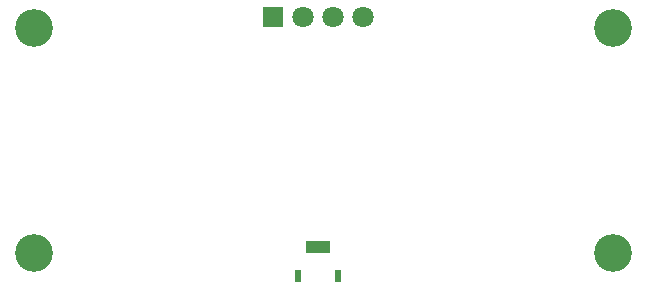
<source format=gts>
G04*
G04 #@! TF.GenerationSoftware,Altium Limited,Altium Designer,23.9.2 (47)*
G04*
G04 Layer_Color=8388736*
%FSLAX44Y44*%
%MOMM*%
G71*
G04*
G04 #@! TF.SameCoordinates,A9C3D319-5A17-451D-A4C5-16098FC82B81*
G04*
G04*
G04 #@! TF.FilePolarity,Negative*
G04*
G01*
G75*
%ADD14R,0.6032X1.0032*%
%ADD15R,0.5032X1.0032*%
%ADD16C,1.8032*%
%ADD17R,1.8032X1.8032*%
%ADD18C,3.2032*%
D14*
X253000Y10222D02*
D03*
X287000D02*
D03*
D15*
X277500Y35222D02*
D03*
X272500D02*
D03*
X267500D02*
D03*
X262500D02*
D03*
D16*
X308100Y229351D02*
D03*
X282700D02*
D03*
X257300D02*
D03*
D17*
X231900D02*
D03*
D18*
X520000Y30000D02*
D03*
Y220000D02*
D03*
X30000D02*
D03*
Y30000D02*
D03*
M02*

</source>
